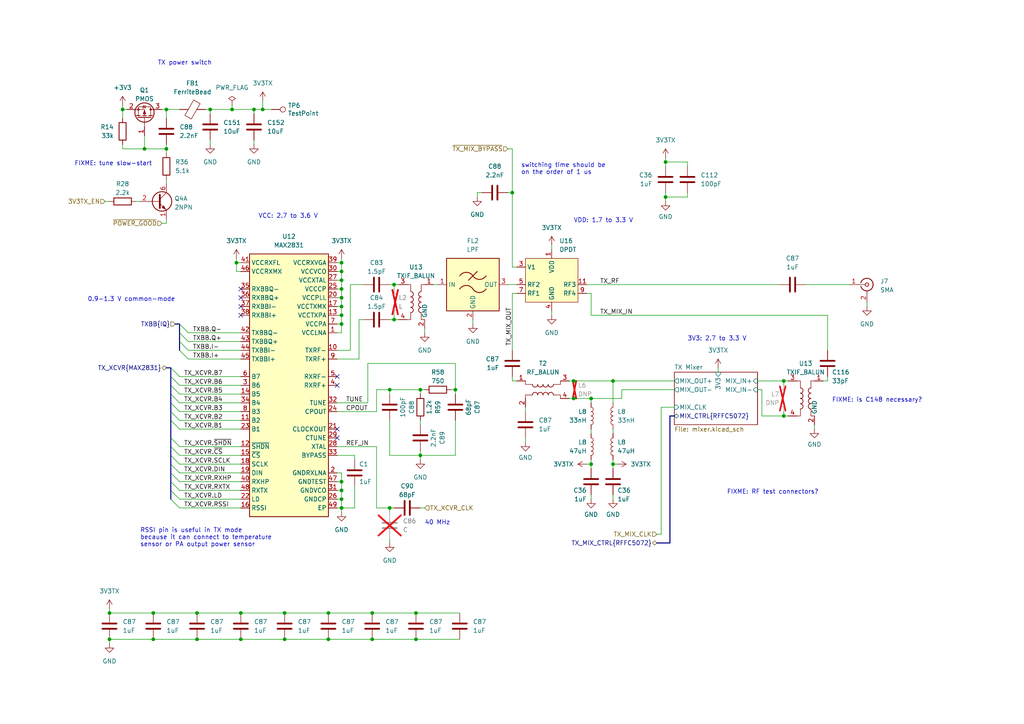
<source format=kicad_sch>
(kicad_sch (version 20230121) (generator eeschema)
  (paper "A4")
  (title_block (title "URTI Mainboard") (date "${DATE}") (rev "${VERSION}") (company "Copyright 2023 Great Scott Gadgets") (comment 1 "Licensed under the CERN-OHL-P v2"))
  (bus_alias "MAX2831" (members "~{SHDN}" "~{CS}" "SCLK" "DIN" "RXHP" "RXTX" "LD" "RSSI" "B[1..7]" ""))
  (junction (at 99.06 93.98))
  (junction (at 177.8 134.62))
  (junction (at 48.26 43.18))
  (junction (at 95.25 185.42))
  (junction (at 57.15 177.8))
  (junction (at 132.08 113.03))
  (junction (at 193.04 46.99))
  (junction (at 114.3 82.55))
  (junction (at 99.06 139.7))
  (junction (at 113.03 147.32))
  (junction (at 99.06 83.82))
  (junction (at 177.8 110.49))
  (junction (at 69.85 185.42))
  (junction (at 166.37 115.57))
  (junction (at 171.45 134.62))
  (junction (at 113.03 113.03))
  (junction (at 99.06 81.28))
  (junction (at 31.75 185.42))
  (junction (at 114.3 92.71))
  (junction (at 99.06 76.2))
  (junction (at 193.04 57.15))
  (junction (at 99.06 147.32))
  (junction (at 82.55 185.42))
  (junction (at 121.92 132.08))
  (junction (at 171.45 115.57))
  (junction (at 48.26 31.75))
  (junction (at 82.55 177.8))
  (junction (at 60.96 31.75))
  (junction (at 31.75 177.8))
  (junction (at 99.06 86.36))
  (junction (at 120.65 185.42))
  (junction (at 99.06 78.74))
  (junction (at 166.37 110.49))
  (junction (at 227.33 120.65))
  (junction (at 120.65 177.8))
  (junction (at 35.56 31.75))
  (junction (at 44.45 185.42))
  (junction (at 107.95 185.42))
  (junction (at 73.66 31.75))
  (junction (at 68.58 76.2))
  (junction (at 69.85 177.8))
  (junction (at 121.92 113.03))
  (junction (at 227.33 110.49))
  (junction (at 99.06 142.24))
  (junction (at 76.2 31.75))
  (junction (at 44.45 177.8))
  (junction (at 99.06 88.9))
  (junction (at 95.25 177.8))
  (junction (at 99.06 144.78))
  (junction (at 99.06 91.44))
  (junction (at 41.91 43.18))
  (junction (at 148.59 55.88))
  (junction (at 67.31 31.75))
  (junction (at 107.95 177.8))
  (junction (at 57.15 185.42))
  (no_connect (at 69.85 88.9))
  (no_connect (at 97.79 111.76))
  (no_connect (at 97.79 124.46))
  (no_connect (at 97.79 109.22))
  (no_connect (at 69.85 91.44))
  (no_connect (at 97.79 127))
  (no_connect (at 69.85 83.82))
  (no_connect (at 69.85 86.36))
  (bus_entry (at 49.53 121.92) (size 2.54 2.54))
  (bus_entry (at 52.07 93.98) (size 2.54 2.54))
  (bus_entry (at 52.07 101.6) (size 2.54 2.54))
  (bus_entry (at 49.53 116.84) (size 2.54 2.54))
  (bus_entry (at 49.53 142.24) (size 2.54 2.54))
  (bus_entry (at 49.53 106.68) (size 2.54 2.54))
  (bus_entry (at 49.53 109.22) (size 2.54 2.54))
  (bus_entry (at 52.07 96.52) (size 2.54 2.54))
  (bus_entry (at 49.53 139.7) (size 2.54 2.54))
  (bus_entry (at 49.53 114.3) (size 2.54 2.54))
  (bus_entry (at 49.53 111.76) (size 2.54 2.54))
  (bus_entry (at 52.07 99.06) (size 2.54 2.54))
  (bus_entry (at 49.53 144.78) (size 2.54 2.54))
  (bus_entry (at 49.53 134.62) (size 2.54 2.54))
  (bus_entry (at 49.53 132.08) (size 2.54 2.54))
  (bus_entry (at 49.53 127) (size 2.54 2.54))
  (bus_entry (at 49.53 137.16) (size 2.54 2.54))
  (bus_entry (at 49.53 129.54) (size 2.54 2.54))
  (bus_entry (at 49.53 119.38) (size 2.54 2.54))
  (wire (pts (xy 48.26 52.07) (xy 48.26 53.34)))
  (wire (pts (xy 95.25 177.8) (xy 107.95 177.8)))
  (wire (pts (xy 177.8 134.62) (xy 177.8 135.89)))
  (wire (pts (xy 199.39 57.15) (xy 199.39 55.88)))
  (wire (pts (xy 193.04 45.72) (xy 193.04 46.99)))
  (wire (pts (xy 114.3 92.71) (xy 115.57 92.71)))
  (wire (pts (xy 147.32 82.55) (xy 149.86 82.55)))
  (wire (pts (xy 102.87 140.97) (xy 102.87 147.32)))
  (wire (pts (xy 54.61 101.6) (xy 69.85 101.6)))
  (wire (pts (xy 148.59 43.18) (xy 148.59 55.88)))
  (wire (pts (xy 52.07 116.84) (xy 69.85 116.84)))
  (wire (pts (xy 251.46 87.63) (xy 251.46 88.9)))
  (wire (pts (xy 166.37 110.49) (xy 177.8 110.49)))
  (wire (pts (xy 68.58 74.93) (xy 68.58 76.2)))
  (bus (pts (xy 52.07 101.6) (xy 52.07 99.06)))
  (wire (pts (xy 193.04 57.15) (xy 199.39 57.15)))
  (wire (pts (xy 69.85 185.42) (xy 82.55 185.42)))
  (wire (pts (xy 227.33 120.65) (xy 227.33 119.38)))
  (bus (pts (xy 49.53 129.54) (xy 49.53 127)))
  (wire (pts (xy 97.79 119.38) (xy 109.22 119.38)))
  (wire (pts (xy 137.16 92.71) (xy 137.16 93.98)))
  (wire (pts (xy 148.59 85.09) (xy 149.86 85.09)))
  (wire (pts (xy 147.32 55.88) (xy 148.59 55.88)))
  (wire (pts (xy 99.06 86.36) (xy 99.06 83.82)))
  (wire (pts (xy 177.8 134.62) (xy 179.07 134.62)))
  (wire (pts (xy 170.18 82.55) (xy 226.06 82.55)))
  (wire (pts (xy 148.59 77.47) (xy 149.86 77.47)))
  (wire (pts (xy 48.26 34.29) (xy 48.26 31.75)))
  (wire (pts (xy 113.03 121.92) (xy 113.03 132.08)))
  (wire (pts (xy 99.06 83.82) (xy 99.06 81.28)))
  (wire (pts (xy 171.45 143.51) (xy 171.45 144.78)))
  (wire (pts (xy 120.65 185.42) (xy 133.35 185.42)))
  (wire (pts (xy 233.68 82.55) (xy 246.38 82.55)))
  (wire (pts (xy 148.59 55.88) (xy 148.59 77.47)))
  (wire (pts (xy 171.45 115.57) (xy 171.45 116.84)))
  (wire (pts (xy 106.68 116.84) (xy 97.79 116.84)))
  (wire (pts (xy 99.06 144.78) (xy 99.06 147.32)))
  (wire (pts (xy 95.25 185.42) (xy 107.95 185.42)))
  (wire (pts (xy 36.83 31.75) (xy 35.56 31.75)))
  (wire (pts (xy 121.92 113.03) (xy 113.03 113.03)))
  (wire (pts (xy 31.75 176.53) (xy 31.75 177.8)))
  (wire (pts (xy 121.92 132.08) (xy 113.03 132.08)))
  (wire (pts (xy 171.45 115.57) (xy 166.37 115.57)))
  (wire (pts (xy 76.2 29.21) (xy 76.2 31.75)))
  (wire (pts (xy 44.45 185.42) (xy 57.15 185.42)))
  (bus (pts (xy 50.8 93.98) (xy 52.07 93.98)))
  (wire (pts (xy 52.07 132.08) (xy 69.85 132.08)))
  (wire (pts (xy 139.7 55.88) (xy 138.43 55.88)))
  (bus (pts (xy 49.53 144.78) (xy 49.53 142.24)))
  (wire (pts (xy 31.75 185.42) (xy 31.75 186.69)))
  (wire (pts (xy 60.96 31.75) (xy 67.31 31.75)))
  (wire (pts (xy 132.08 105.41) (xy 106.68 105.41)))
  (wire (pts (xy 113.03 92.71) (xy 114.3 92.71)))
  (wire (pts (xy 171.45 91.44) (xy 240.03 91.44)))
  (bus (pts (xy 49.53 139.7) (xy 49.53 137.16)))
  (wire (pts (xy 132.08 113.03) (xy 132.08 105.41)))
  (wire (pts (xy 60.96 40.64) (xy 60.96 41.91)))
  (wire (pts (xy 52.07 139.7) (xy 69.85 139.7)))
  (wire (pts (xy 171.45 91.44) (xy 171.45 85.09)))
  (wire (pts (xy 67.31 30.48) (xy 67.31 31.75)))
  (bus (pts (xy 48.26 106.68) (xy 49.53 106.68)))
  (wire (pts (xy 101.6 101.6) (xy 101.6 82.55)))
  (wire (pts (xy 240.03 110.49) (xy 240.03 109.22)))
  (wire (pts (xy 113.03 82.55) (xy 114.3 82.55)))
  (wire (pts (xy 177.8 143.51) (xy 177.8 144.78)))
  (wire (pts (xy 101.6 82.55) (xy 105.41 82.55)))
  (wire (pts (xy 35.56 30.48) (xy 35.56 31.75)))
  (wire (pts (xy 195.58 118.11) (xy 191.77 118.11)))
  (wire (pts (xy 54.61 96.52) (xy 69.85 96.52)))
  (wire (pts (xy 54.61 104.14) (xy 69.85 104.14)))
  (wire (pts (xy 121.92 113.03) (xy 121.92 114.3)))
  (wire (pts (xy 113.03 156.21) (xy 113.03 157.48)))
  (wire (pts (xy 171.45 134.62) (xy 171.45 135.89)))
  (wire (pts (xy 227.33 110.49) (xy 228.6 110.49)))
  (wire (pts (xy 170.18 134.62) (xy 171.45 134.62)))
  (wire (pts (xy 177.8 124.46) (xy 177.8 125.73)))
  (wire (pts (xy 177.8 133.35) (xy 177.8 134.62)))
  (wire (pts (xy 35.56 31.75) (xy 35.56 34.29)))
  (wire (pts (xy 35.56 41.91) (xy 35.56 43.18)))
  (wire (pts (xy 99.06 142.24) (xy 99.06 144.78)))
  (wire (pts (xy 114.3 83.82) (xy 114.3 82.55)))
  (wire (pts (xy 160.02 90.17) (xy 160.02 91.44)))
  (wire (pts (xy 113.03 113.03) (xy 113.03 114.3)))
  (wire (pts (xy 68.58 78.74) (xy 69.85 78.74)))
  (wire (pts (xy 46.99 64.77) (xy 48.26 64.77)))
  (wire (pts (xy 180.34 115.57) (xy 171.45 115.57)))
  (wire (pts (xy 99.06 147.32) (xy 102.87 147.32)))
  (wire (pts (xy 193.04 46.99) (xy 193.04 48.26)))
  (wire (pts (xy 99.06 91.44) (xy 99.06 88.9)))
  (wire (pts (xy 48.26 31.75) (xy 52.07 31.75)))
  (wire (pts (xy 165.1 110.49) (xy 166.37 110.49)))
  (bus (pts (xy 49.53 111.76) (xy 49.53 109.22)))
  (wire (pts (xy 41.91 43.18) (xy 48.26 43.18)))
  (bus (pts (xy 195.58 120.65) (xy 194.31 120.65)))
  (wire (pts (xy 114.3 82.55) (xy 115.57 82.55)))
  (wire (pts (xy 68.58 76.2) (xy 69.85 76.2)))
  (bus (pts (xy 49.53 116.84) (xy 49.53 114.3)))
  (wire (pts (xy 106.68 105.41) (xy 106.68 116.84)))
  (wire (pts (xy 148.59 109.22) (xy 148.59 110.49)))
  (bus (pts (xy 49.53 142.24) (xy 49.53 139.7)))
  (wire (pts (xy 97.79 142.24) (xy 99.06 142.24)))
  (wire (pts (xy 52.07 142.24) (xy 69.85 142.24)))
  (wire (pts (xy 97.79 91.44) (xy 99.06 91.44)))
  (wire (pts (xy 59.69 31.75) (xy 60.96 31.75)))
  (wire (pts (xy 99.06 76.2) (xy 99.06 74.93)))
  (wire (pts (xy 57.15 177.8) (xy 69.85 177.8)))
  (wire (pts (xy 76.2 31.75) (xy 78.74 31.75)))
  (wire (pts (xy 73.66 40.64) (xy 73.66 41.91)))
  (wire (pts (xy 97.79 76.2) (xy 99.06 76.2)))
  (wire (pts (xy 148.59 101.6) (xy 148.59 85.09)))
  (wire (pts (xy 97.79 93.98) (xy 99.06 93.98)))
  (bus (pts (xy 194.31 120.65) (xy 194.31 157.48)))
  (wire (pts (xy 104.14 92.71) (xy 104.14 104.14)))
  (wire (pts (xy 113.03 147.32) (xy 114.3 147.32)))
  (wire (pts (xy 109.22 129.54) (xy 109.22 147.32)))
  (wire (pts (xy 227.33 120.65) (xy 220.98 120.65)))
  (wire (pts (xy 99.06 139.7) (xy 99.06 142.24)))
  (wire (pts (xy 97.79 86.36) (xy 99.06 86.36)))
  (wire (pts (xy 121.92 132.08) (xy 121.92 133.35)))
  (wire (pts (xy 227.33 110.49) (xy 227.33 111.76)))
  (wire (pts (xy 57.15 185.42) (xy 69.85 185.42)))
  (wire (pts (xy 107.95 177.8) (xy 120.65 177.8)))
  (wire (pts (xy 82.55 185.42) (xy 95.25 185.42)))
  (wire (pts (xy 41.91 39.37) (xy 41.91 43.18)))
  (wire (pts (xy 97.79 88.9) (xy 99.06 88.9)))
  (wire (pts (xy 121.92 132.08) (xy 132.08 132.08)))
  (wire (pts (xy 73.66 31.75) (xy 73.66 33.02)))
  (wire (pts (xy 52.07 124.46) (xy 69.85 124.46)))
  (wire (pts (xy 48.26 43.18) (xy 48.26 41.91)))
  (wire (pts (xy 160.02 71.12) (xy 160.02 72.39)))
  (wire (pts (xy 113.03 147.32) (xy 113.03 148.59)))
  (wire (pts (xy 199.39 46.99) (xy 199.39 48.26)))
  (wire (pts (xy 171.45 85.09) (xy 170.18 85.09)))
  (wire (pts (xy 68.58 76.2) (xy 68.58 78.74)))
  (wire (pts (xy 193.04 57.15) (xy 193.04 58.42)))
  (wire (pts (xy 97.79 101.6) (xy 101.6 101.6)))
  (wire (pts (xy 177.8 110.49) (xy 195.58 110.49)))
  (wire (pts (xy 177.8 110.49) (xy 177.8 116.84)))
  (bus (pts (xy 49.53 121.92) (xy 49.53 119.38)))
  (wire (pts (xy 39.37 58.42) (xy 40.64 58.42)))
  (wire (pts (xy 97.79 78.74) (xy 99.06 78.74)))
  (wire (pts (xy 148.59 110.49) (xy 149.86 110.49)))
  (wire (pts (xy 97.79 83.82) (xy 99.06 83.82)))
  (wire (pts (xy 99.06 147.32) (xy 99.06 148.59)))
  (bus (pts (xy 49.53 109.22) (xy 49.53 106.68)))
  (wire (pts (xy 52.07 134.62) (xy 69.85 134.62)))
  (wire (pts (xy 48.26 31.75) (xy 46.99 31.75)))
  (wire (pts (xy 97.79 129.54) (xy 109.22 129.54)))
  (wire (pts (xy 69.85 177.8) (xy 82.55 177.8)))
  (wire (pts (xy 121.92 147.32) (xy 123.19 147.32)))
  (wire (pts (xy 48.26 43.18) (xy 48.26 44.45)))
  (wire (pts (xy 52.07 147.32) (xy 69.85 147.32)))
  (wire (pts (xy 171.45 133.35) (xy 171.45 134.62)))
  (wire (pts (xy 52.07 144.78) (xy 69.85 144.78)))
  (wire (pts (xy 48.26 63.5) (xy 48.26 64.77)))
  (wire (pts (xy 52.07 121.92) (xy 69.85 121.92)))
  (wire (pts (xy 114.3 91.44) (xy 114.3 92.71)))
  (wire (pts (xy 219.71 110.49) (xy 227.33 110.49)))
  (wire (pts (xy 99.06 88.9) (xy 99.06 86.36)))
  (wire (pts (xy 228.6 120.65) (xy 227.33 120.65)))
  (wire (pts (xy 52.07 137.16) (xy 69.85 137.16)))
  (wire (pts (xy 97.79 147.32) (xy 99.06 147.32)))
  (wire (pts (xy 102.87 132.08) (xy 102.87 133.35)))
  (wire (pts (xy 123.19 95.25) (xy 123.19 96.52)))
  (wire (pts (xy 171.45 124.46) (xy 171.45 125.73)))
  (wire (pts (xy 165.1 115.57) (xy 166.37 115.57)))
  (wire (pts (xy 97.79 139.7) (xy 99.06 139.7)))
  (bus (pts (xy 52.07 99.06) (xy 52.07 96.52)))
  (wire (pts (xy 31.75 185.42) (xy 44.45 185.42)))
  (bus (pts (xy 194.31 157.48) (xy 190.5 157.48)))
  (wire (pts (xy 152.4 118.11) (xy 152.4 119.38)))
  (wire (pts (xy 105.41 92.71) (xy 104.14 92.71)))
  (wire (pts (xy 138.43 55.88) (xy 138.43 57.15)))
  (wire (pts (xy 44.45 177.8) (xy 57.15 177.8)))
  (wire (pts (xy 180.34 113.03) (xy 195.58 113.03)))
  (wire (pts (xy 132.08 113.03) (xy 130.81 113.03)))
  (bus (pts (xy 49.53 127) (xy 49.53 121.92)))
  (wire (pts (xy 97.79 137.16) (xy 99.06 137.16)))
  (wire (pts (xy 52.07 129.54) (xy 69.85 129.54)))
  (wire (pts (xy 220.98 113.03) (xy 219.71 113.03)))
  (wire (pts (xy 97.79 132.08) (xy 102.87 132.08)))
  (wire (pts (xy 220.98 120.65) (xy 220.98 113.03)))
  (wire (pts (xy 109.22 119.38) (xy 109.22 113.03)))
  (wire (pts (xy 52.07 111.76) (xy 69.85 111.76)))
  (wire (pts (xy 121.92 130.81) (xy 121.92 132.08)))
  (wire (pts (xy 82.55 177.8) (xy 95.25 177.8)))
  (wire (pts (xy 121.92 121.92) (xy 121.92 123.19)))
  (wire (pts (xy 67.31 31.75) (xy 73.66 31.75)))
  (wire (pts (xy 191.77 118.11) (xy 191.77 154.94)))
  (wire (pts (xy 99.06 96.52) (xy 97.79 96.52)))
  (wire (pts (xy 191.77 154.94) (xy 190.5 154.94)))
  (wire (pts (xy 97.79 144.78) (xy 99.06 144.78)))
  (wire (pts (xy 132.08 121.92) (xy 132.08 132.08)))
  (wire (pts (xy 180.34 115.57) (xy 180.34 113.03)))
  (bus (pts (xy 49.53 132.08) (xy 49.53 129.54)))
  (bus (pts (xy 52.07 96.52) (xy 52.07 93.98)))
  (wire (pts (xy 107.95 185.42) (xy 120.65 185.42)))
  (wire (pts (xy 30.48 58.42) (xy 31.75 58.42)))
  (bus (pts (xy 49.53 137.16) (xy 49.53 134.62)))
  (wire (pts (xy 52.07 114.3) (xy 69.85 114.3)))
  (wire (pts (xy 99.06 91.44) (xy 99.06 93.98)))
  (wire (pts (xy 193.04 46.99) (xy 199.39 46.99)))
  (wire (pts (xy 123.19 113.03) (xy 121.92 113.03)))
  (wire (pts (xy 31.75 177.8) (xy 44.45 177.8)))
  (bus (pts (xy 49.53 119.38) (xy 49.53 116.84)))
  (wire (pts (xy 120.65 177.8) (xy 133.35 177.8)))
  (wire (pts (xy 35.56 43.18) (xy 41.91 43.18)))
  (wire (pts (xy 109.22 147.32) (xy 113.03 147.32)))
  (wire (pts (xy 52.07 119.38) (xy 69.85 119.38)))
  (wire (pts (xy 125.73 82.55) (xy 127 82.55)))
  (wire (pts (xy 99.06 78.74) (xy 99.06 76.2)))
  (wire (pts (xy 109.22 113.03) (xy 113.03 113.03)))
  (bus (pts (xy 49.53 114.3) (xy 49.53 111.76)))
  (wire (pts (xy 73.66 31.75) (xy 76.2 31.75)))
  (wire (pts (xy 152.4 127) (xy 152.4 128.27)))
  (wire (pts (xy 208.28 106.68) (xy 208.28 107.95)))
  (wire (pts (xy 193.04 55.88) (xy 193.04 57.15)))
  (wire (pts (xy 99.06 137.16) (xy 99.06 139.7)))
  (wire (pts (xy 54.61 99.06) (xy 69.85 99.06)))
  (wire (pts (xy 99.06 81.28) (xy 99.06 78.74)))
  (wire (pts (xy 132.08 113.03) (xy 132.08 114.3)))
  (wire (pts (xy 60.96 31.75) (xy 60.96 33.02)))
  (wire (pts (xy 104.14 104.14) (xy 97.79 104.14)))
  (wire (pts (xy 240.03 91.44) (xy 240.03 101.6)))
  (wire (pts (xy 52.07 109.22) (xy 69.85 109.22)))
  (wire (pts (xy 147.32 43.18) (xy 148.59 43.18)))
  (wire (pts (xy 99.06 93.98) (xy 99.06 96.52)))
  (bus (pts (xy 49.53 134.62) (xy 49.53 132.08)))
  (wire (pts (xy 97.79 81.28) (xy 99.06 81.28)))
  (wire (pts (xy 236.22 123.19) (xy 236.22 124.46)))
  (wire (pts (xy 238.76 110.49) (xy 240.03 110.49)))
  (text "40 MHz" (at 123.19 152.4 0) (effects (font (size 1.27 1.27)) (justify left bottom)))
  (text "VDD: 1.7 to 3.3 V" (at 166.37 64.77 0) (effects (font (size 1.27 1.27)) (justify left bottom)))
  (text "FIXME: is C148 necessary?" (at 241.3 116.84 0) (effects (font (size 1.27 1.27)) (justify left bottom)))
  (text "RSSI pin is useful in TX mode\nbecause it can connect to temperature\nsensor or PA output power sensor" (at 40.64 158.75 0) (effects (font (size 1.27 1.27)) (justify left bottom)))
  (text "3V3: 2.7 to 3.3 V" (at 199.39 99.06 0) (effects (font (size 1.27 1.27)) (justify left bottom)))
  (text "FIXME: RF test connectors?" (at 210.82 143.51 0) (effects (font (size 1.27 1.27)) (justify left bottom)))
  (text "TX power switch" (at 45.72 19.05 0) (effects (font (size 1.27 1.27)) (justify left bottom)))
  (text "switching time should be\non the order of 1 us" (at 151.13 50.8 0) (effects (font (size 1.27 1.27)) (justify left bottom)))
  (text "FIXME: tune slow-start" (at 21.59 48.26 0) (effects (font (size 1.27 1.27)) (justify left bottom)))
  (text "0.9-1.3 V common-mode" (at 25.4 87.63 0) (effects (font (size 1.27 1.27)) (justify left bottom)))
  (text "VCC: 2.7 to 3.6 V" (at 74.93 63.5 0) (effects (font (size 1.27 1.27)) (justify left bottom)))
  (label "TX_XCVR.B1" (at 53.34 124.46 0))
  (label "TXBB.Q-" (at 55.88 96.52 0))
  (label "TXBB.Q+" (at 55.88 99.06 0))
  (label "TX_XCVR.B7" (at 53.34 109.22 0))
  (label "TX_MIX_IN" (at 173.99 91.44 0))
  (label "TX_XCVR.~{SHDN}" (at 53.34 129.54 0))
  (label "CPOUT" (at 100.33 119.38 0))
  (label "TX_XCVR.LD" (at 53.34 144.78 0))
  (label "TXBB.I+" (at 55.88 104.14 0))
  (label "TX_XCVR.RXTX" (at 53.34 142.24 0))
  (label "TX_XCVR.B4" (at 53.34 116.84 0))
  (label "TX_XCVR.DIN" (at 53.34 137.16 0))
  (label "TX_XCVR.RXHP" (at 53.34 139.7 0))
  (label "TX_XCVR.B5" (at 53.34 114.3 0))
  (label "TX_XCVR.B2" (at 53.34 121.92 0))
  (label "TX_XCVR.SCLK" (at 53.34 134.62 0))
  (label "TX_MIX_OUT" (at 148.59 100.33 90))
  (label "TX_RF" (at 173.99 82.55 0))
  (label "TX_XCVR.B3" (at 53.34 119.38 0))
  (label "TX_XCVR.B6" (at 53.34 111.76 0))
  (label "TXBB.I-" (at 55.88 101.6 0))
  (label "TUNE" (at 100.33 116.84 0))
  (label "REF_IN" (at 100.33 129.54 0))
  (label "TX_XCVR.~{CS}" (at 53.34 132.08 0))
  (label "TX_XCVR.RSSI" (at 53.34 147.32 0))
  (hierarchical_label "TX_MIX_CLK" (shape input) (at 190.5 154.94 180))
  (hierarchical_label "~{POWER_GOOD}" (shape input) (at 46.99 64.77 180))
  (hierarchical_label "TX_XCVR_CLK" (shape input) (at 123.19 147.32 0))
  (hierarchical_label "TX_MIX_CTRL{RFFC5072}" (shape bidirectional) (at 190.5 157.48 180))
  (hierarchical_label "TXBB{IQ}" (shape input) (at 50.8 93.98 180))
  (hierarchical_label "TX_XCVR{MAX2831}" (shape bidirectional) (at 48.26 106.68 180))
  (hierarchical_label "~{TX_MIX_BYPASS}" (shape input) (at 147.32 43.18 180))
  (hierarchical_label "3V3TX_EN" (shape input) (at 30.48 58.42 180))
  (symbol (lib_id "Device:L") (at 114.3 87.63 0) (unit 1) (dnp yes)
    (property "Reference" "L2" (at 115.57 86.36 0) (effects (justify left)))
    (property "Value" "L" (at 115.57 88.9 0) (effects (justify left)))
    (instances (project "mainboard" (path "" (reference "L2") (unit 1)) (path "" (reference "L1") (unit 1))))
  )
  (symbol (lib_id "support_hardware:3V3TX") (at 160.02 71.12 0) (unit 1)
    (property "Reference" "#PWR0188" (effects hide))
    (property "Value" "3V3TX" (at 160.02 66.04 0))
  )
  (symbol (lib_id "power:GND") (at 177.8 144.78 0) (mirror y) (unit 1)
    (property "Reference" "#PWR023" (effects hide))
    (property "Value" "GND" (at 177.8 149.2234 0))
    (instances (project "ununs" (path "" (reference "#PWR023") (unit 1))) (project "mainboard" (path "" (reference "#PWR0246") (unit 1)) (path "" (reference "#PWR0227") (unit 1))))
  )
  (symbol (lib_id "power:PWR_FLAG") (at 67.31 30.48 0) (unit 1)
    (property "Reference" "#FLG02" (effects hide))
    (property "Value" "PWR_FLAG" (at 67.31 25.4 0))
    (instances (project "mainboard" (path "" (reference "#FLG02") (unit 1)) (path "" (reference "#FLG04") (unit 1))))
  )
  (symbol (lib_id "support_hardware:3V3TX") (at 76.2 29.21 0) (unit 1)
    (property "Reference" "#PWR0279" (effects hide))
    (property "Value" "3V3TX" (at 76.2 24.13 0))
  )
  (symbol (lib_id "power:GND") (at 251.46 88.9 0) (unit 1)
    (property "Reference" "#PWR023" (effects hide))
    (property "Value" "GND" (at 251.46 93.98 0))
    (instances (project "ununs" (path "" (reference "#PWR023") (unit 1))) (project "mainboard" (path "" (reference "#PWR0266") (unit 1)) (path "" (reference "#PWR0224") (unit 1))))
  )
  (symbol (lib_id "Device:R") (at 127 113.03 270) (mirror x) (unit 1)
    (property "Reference" "R58" (at 127 107.95 90))
    (property "Value" "750" (at 127 110.49 90))
    (property "Footprint" "Resistor_SMD:R_0201_0603Metric" (effects hide))
    (instances (project "mainboard" (path "" (reference "R58") (unit 1)) (path "" (reference "R59") (unit 1))))
  )
  (symbol (lib_id "Device:C") (at 109.22 82.55 90) (unit 1)
    (property "Reference" "C83" (at 109.22 76.2 90))
    (property "Value" "1.5pF" (at 109.22 78.74 90))
    (property "Footprint" "Capacitor_SMD:C_0201_0603Metric" (effects hide))
    (instances (project "mainboard" (path "" (reference "C83") (unit 1)) (path "" (reference "C84") (unit 1))))
  )
  (symbol (lib_id "Device:L") (at 171.45 120.65 0) (mirror x) (unit 1)
    (property "Reference" "L8" (at 170.18 119.38 0) (effects (justify right)))
    (property "Value" "33nH" (at 170.18 121.92 0) (effects (justify right)))
    (property "Footprint" "Inductor_SMD:L_0201_0603Metric" (effects hide))
    (property "Description" "FIXED IND 33NH 120MA 2.95OHM SMD" (effects hide))
    (property "Manufacturer" "Murata" (effects hide))
    (property "Part Number" "LQP03TN33NJ02D" (effects hide))
    (instances (project "mainboard" (path "" (reference "L8") (unit 1)) (path "" (reference "L11") (unit 1))))
  )
  (symbol (lib_id "support_hardware:3V3TX") (at 99.06 74.93 0) (unit 1)
    (property "Reference" "#PWR0187" (effects hide))
    (property "Value" "3V3TX" (at 99.06 69.85 0))
  )
  (symbol (lib_id "support_hardware:3V3TX") (at 179.07 134.62 270) (unit 1)
    (property "Reference" "#PWR0267" (effects hide))
    (property "Value" "3V3TX" (at 182.88 134.62 90) (effects (justify left)))
  )
  (symbol (lib_id "Device:C") (at 120.65 181.61 180) (unit 1)
    (property "Reference" "C87" (at 124.46 180.34 0) (effects (justify right)))
    (property "Value" "1uF" (at 124.46 182.88 0) (effects (justify right)))
    (property "Footprint" "Capacitor_SMD:C_0201_0603Metric" (effects hide))
    (property "Description" "CAP CER 1UF 10V X5R 0201" (effects hide))
    (property "Manufacturer" "Murata" (effects hide))
    (property "Part Number" "GRM033R61A105ME44D" (effects hide))
    (property "Substitution" "GRM033R61A105ME44*, GRM033R61C105ME15*, Samsung CL03A105MO3NRN*" (effects hide))
    (instances (project "mainboard" (path "" (reference "C87") (unit 1)) (path "" (reference "C183") (unit 1)) (path "" (reference "C128") (unit 1))))
  )
  (symbol (lib_id "Device:C") (at 121.92 127 0) (mirror x) (unit 1)
    (property "Reference" "C89" (at 128.27 127 90))
    (property "Value" "2.2nF" (at 125.73 127 90))
    (property "Footprint" "Capacitor_SMD:C_0201_0603Metric" (effects hide))
    (property "Description" "CAP CER 2200PF 10V X7R 0201" (effects hide))
    (property "Manufacturer" "Murata" (effects hide))
    (property "Part Number" "GRM033R71A222KA01D" (effects hide))
    (property "Substitution" "GRM033R71A222KA01*" (effects hide))
  )
  (symbol (lib_id "Device:C") (at 57.15 181.61 180) (unit 1)
    (property "Reference" "C87" (at 60.96 180.34 0) (effects (justify right)))
    (property "Value" "1uF" (at 60.96 182.88 0) (effects (justify right)))
    (property "Footprint" "Capacitor_SMD:C_0201_0603Metric" (effects hide))
    (property "Description" "CAP CER 1UF 10V X5R 0201" (effects hide))
    (property "Manufacturer" "Murata" (effects hide))
    (property "Part Number" "GRM033R61A105ME44D" (effects hide))
    (property "Substitution" "GRM033R61A105ME44*, GRM033R61C105ME15*, Samsung CL03A105MO3NRN*" (effects hide))
    (instances (project "mainboard" (path "" (reference "C87") (unit 1)) (path "" (reference "C178") (unit 1)) (path "" (reference "C128") (unit 1))))
  )
  (symbol (lib_id "Device:C") (at 193.04 52.07 0) (mirror x) (unit 1)
    (property "Reference" "C36" (at 189.23 50.8 0) (effects (justify right)))
    (property "Value" "1uF" (at 189.23 53.34 0) (effects (justify right)))
    (property "Footprint" "Capacitor_SMD:C_0201_0603Metric" (effects hide))
    (property "Part Number" "GRM033R61A105ME44D" (effects hide))
    (property "Substitution" "GRM033R61A105ME44*, GRM033R61C105ME15*, Samsung CL03A105MO3NRN*" (effects hide))
    (property "Description" "CAP CER 1UF 10V X5R 0201" (effects hide))
    (property "Manufacturer" "Murata" (effects hide))
    (instances (project "mainboard" (path "" (reference "C36") (unit 1)) (path "" (reference "C93") (unit 1)) (path "" (reference "C114") (unit 1))))
  )
  (symbol (lib_id "Device:C") (at 60.96 36.83 0) (unit 1)
    (property "Reference" "C151" (at 64.77 35.56 0) (effects (justify left)))
    (property "Value" "10uF" (at 64.77 38.1 0) (effects (justify left)))
    (property "Footprint" "Capacitor_SMD:C_0603_1608Metric" (effects hide))
    (property "Description" "CAP CER 10UF 10V X5R 0603" (effects hide))
    (property "Manufacturer" "Samsung" (effects hide))
    (property "Part Number" "CL10A106KP8NNNC" (effects hide))
    (property "Substitution" "any equivalent" (effects hide))
  )
  (symbol (lib_id "radio:B0310J50100AHF") (at 157.48 113.03 0) (unit 1)
    (property "Reference" "T2" (at 157.48 105.41 0))
    (property "Value" "RF_BALUN" (at 157.48 107.95 0))
    (property "Datasheet" "https://cdn.ttm.com/repository/products/wireless-xinger/balun-transformers/B0310J50100AHF/B0310J50100AHF.pdf" (effects hide))
    (property "Description" "BALUN 300MHZ-1GHZ 50/100 0805" (effects hide))
    (property "Manufacturer" "TTM Technologies" (effects hide))
    (property "Part Number" "B0310J50100AHF" (effects hide))
    (instances (project "mainboard" (path "" (reference "T2") (unit 1)) (path "" (reference "T5") (unit 1))))
  )
  (symbol (lib_id "Device:C") (at 152.4 123.19 180) (unit 1)
    (property "Reference" "C87" (at 156.21 121.92 0) (effects (justify right)))
    (property "Value" "1uF" (at 156.21 124.46 0) (effects (justify right)))
    (property "Footprint" "Capacitor_SMD:C_0201_0603Metric" (effects hide))
    (property "Description" "CAP CER 1UF 10V X5R 0201" (effects hide))
    (property "Manufacturer" "Murata" (effects hide))
    (property "Part Number" "GRM033R61A105ME44D" (effects hide))
    (property "Substitution" "GRM033R61A105ME44*, GRM033R61C105ME15*, Samsung CL03A105MO3NRN*" (effects hide))
    (instances (project "mainboard" (path "" (reference "C87") (unit 1)) (path "" (reference "C133") (unit 1)) (path "" (reference "C128") (unit 1))))
  )
  (symbol (lib_name "GND_2") (lib_id "power:GND") (at 31.75 186.69 0) (unit 1)
    (property "Reference" "#PWR0190" (effects hide))
    (property "Value" "GND" (at 31.75 191.77 0))
    (instances (project "mainboard" (path "" (reference "#PWR0190") (unit 1)) (path "" (reference "#PWR070") (unit 1))))
  )
  (symbol (lib_name "GND_2") (lib_id "power:GND") (at 137.16 93.98 0) (unit 1)
    (property "Reference" "#PWR0192" (effects hide))
    (property "Value" "GND" (at 137.16 99.06 0))
    (instances (project "mainboard" (path "" (reference "#PWR0192") (unit 1)) (path "" (reference "#PWR0194") (unit 1))))
  )
  (symbol (lib_id "Device:C") (at 113.03 152.4 0) (unit 1) (dnp yes)
    (property "Reference" "C86" (at 116.84 151.13 0) (effects (justify left)))
    (property "Value" "C" (at 116.84 153.67 0) (effects (justify left)))
    (instances (project "mainboard" (path "" (reference "C86") (unit 1)) (path "" (reference "C87") (unit 1))))
  )
  (symbol (lib_id "support_hardware:3V3TX") (at 193.04 45.72 0) (unit 1)
    (property "Reference" "#PWR0264" (effects hide))
    (property "Value" "3V3TX" (at 193.04 40.64 0))
  )
  (symbol (lib_id "power:GND") (at 160.02 91.44 0) (unit 1)
    (property "Reference" "#PWR023" (effects hide))
    (property "Value" "GND" (at 160.02 96.52 0))
    (instances (project "ununs" (path "" (reference "#PWR023") (unit 1))) (project "mainboard" (path "" (reference "#PWR0218") (unit 1)) (path "" (reference "#PWR0223") (unit 1))))
  )
  (symbol (lib_id "Device:C") (at 133.35 181.61 180) (unit 1)
    (property "Reference" "C87" (at 137.16 180.34 0) (effects (justify right)))
    (property "Value" "1uF" (at 137.16 182.88 0) (effects (justify right)))
    (property "Footprint" "Capacitor_SMD:C_0201_0603Metric" (effects hide))
    (property "Description" "CAP CER 1UF 10V X5R 0201" (effects hide))
    (property "Manufacturer" "Murata" (effects hide))
    (property "Part Number" "GRM033R61A105ME44D" (effects hide))
    (property "Substitution" "GRM033R61A105ME44*, GRM033R61C105ME15*, Samsung CL03A105MO3NRN*" (effects hide))
    (instances (project "mainboard" (path "" (reference "C87") (unit 1)) (path "" (reference "C184") (unit 1)) (path "" (reference "C128") (unit 1))))
  )
  (symbol (lib_id "Device:C") (at 31.75 181.61 180) (unit 1)
    (property "Reference" "C87" (at 35.56 180.34 0) (effects (justify right)))
    (property "Value" "1uF" (at 35.56 182.88 0) (effects (justify right)))
    (property "Footprint" "Capacitor_SMD:C_0201_0603Metric" (effects hide))
    (property "Description" "CAP CER 1UF 10V X5R 0201" (effects hide))
    (property "Manufacturer" "Murata" (effects hide))
    (property "Part Number" "GRM033R61A105ME44D" (effects hide))
    (property "Substitution" "GRM033R61A105ME44*, GRM033R61C105ME15*, Samsung CL03A105MO3NRN*" (effects hide))
    (instances (project "mainboard" (path "" (reference "C87") (unit 1)) (path "" (reference "C176") (unit 1)) (path "" (reference "C128") (unit 1))))
  )
  (symbol (lib_id "Device:C") (at 44.45 181.61 180) (unit 1)
    (property "Reference" "C87" (at 48.26 180.34 0) (effects (justify right)))
    (property "Value" "1uF" (at 48.26 182.88 0) (effects (justify right)))
    (property "Footprint" "Capacitor_SMD:C_0201_0603Metric" (effects hide))
    (property "Description" "CAP CER 1UF 10V X5R 0201" (effects hide))
    (property "Manufacturer" "Murata" (effects hide))
    (property "Part Number" "GRM033R61A105ME44D" (effects hide))
    (property "Substitution" "GRM033R61A105ME44*, GRM033R61C105ME15*, Samsung CL03A105MO3NRN*" (effects hide))
    (instances (project "mainboard" (path "" (reference "C87") (unit 1)) (path "" (reference "C177") (unit 1)) (path "" (reference "C128") (unit 1))))
  )
  (symbol (lib_id "power:GND") (at 138.43 57.15 0) (mirror y) (unit 1)
    (property "Reference" "#PWR023" (effects hide))
    (property "Value" "GND" (at 138.43 62.23 0))
    (instances (project "ununs" (path "" (reference "#PWR023") (unit 1))) (project "mainboard" (path "" (reference "#PWR0222") (unit 1)) (path "" (reference "#PWR0269") (unit 1))))
  )
  (symbol (lib_id "Device:C") (at 240.03 105.41 0) (unit 1)
    (property "Reference" "C116" (at 241.3 107.95 0) (effects (justify left)))
    (property "Value" "33pF" (at 241.3 110.49 0) (effects (justify left)))
    (property "Footprint" "Capacitor_SMD:C_0201_0603Metric" (effects hide))
    (property "Description" "CAP CER 33PF 25V C0G/NP0 0201" (effects hide))
    (property "Manufacturer" "Samsung" (effects hide))
    (property "Part Number" "CL03C330JA3NNNC" (effects hide))
    (instances (project "mainboard" (path "" (reference "C116") (unit 1)) (path "" (reference "C116") (unit 1)) (path "" (reference "C136") (unit 1)) (path "" (reference "C148") (unit 1))))
  )
  (symbol (lib_id "power:GND") (at 171.45 144.78 0) (mirror y) (unit 1)
    (property "Reference" "#PWR023" (effects hide))
    (property "Value" "GND" (at 171.45 149.2234 0))
    (instances (project "ununs" (path "" (reference "#PWR023") (unit 1))) (project "mainboard" (path "" (reference "#PWR0246") (unit 1)) (path "" (reference "#PWR0247") (unit 1))))
  )
  (symbol (lib_id "Device:R") (at 48.26 48.26 0) (mirror y) (unit 1)
    (property "Reference" "R36" (at 50.8 46.99 0) (effects (justify right)))
    (property "Value" "5.1k" (at 50.8 49.53 0) (effects (justify right)))
    (property "Footprint" "Resistor_SMD:R_0402_1005Metric" (effects hide))
    (property "Part Number" "RC0402JR-075K1L" (effects hide))
    (property "Substitution" "any equivalent" (effects hide))
    (property "Description" "RES 5.1K OHM 5% 1/16W 0402" (effects hide))
    (property "Manufacturer" "Yageo" (effects hide))
    (instances (project "mainboard" (path "" (reference "R36") (unit 1)) (path "" (reference "R99") (unit 1))))
  )
  (symbol (lib_id "Device:C") (at 118.11 147.32 270) (mirror x) (unit 1)
    (property "Reference" "C90" (at 118.11 140.97 90))
    (property "Value" "68pF" (at 118.11 143.51 90))
    (property "Footprint" "Capacitor_SMD:C_0201_0603Metric" (effects hide))
    (instances (project "mainboard" (path "" (reference "C90") (unit 1)) (path "" (reference "C86") (unit 1))))
  )
  (symbol (lib_id "Device:C") (at 102.87 137.16 0) (unit 1)
    (property "Reference" "C1" (at 104.14 134.62 0) (effects (justify left)))
    (property "Value" "1uF" (at 104.14 139.7 0) (effects (justify left)))
    (property "Footprint" "Capacitor_SMD:C_0201_0603Metric" (effects hide))
    (property "Part Number" "GRM033R61A105ME44D" (effects hide))
    (property "Substitution" "GRM033R61A105ME44*, GRM033R61C105ME15*, Samsung CL03A105MO3NRN*" (effects hide))
    (property "Description" "CAP CER 1UF 10V X5R 0201" (effects hide))
    (property "Manufacturer" "Murata" (effects hide))
    (instances (project "mainboard" (path "" (reference "C1") (unit 1)) (path "" (reference "C85") (unit 1)) (path "" (reference "C83") (unit 1))))
  )
  (symbol (lib_id "Device:FerriteBead") (at 55.88 31.75 90) (unit 1)
    (property "Reference" "FB1" (at 55.8292 24.13 90))
    (property "Value" "FerriteBead" (at 55.8292 26.67 90))
    (property "Datasheet" "https://datasheet.lcsc.com/lcsc/2009171410_TAI-TECH-HCB1608KF-102T10_C304312.pdf" (effects hide))
    (property "Description" "1kΩ@100MHz 200mΩ ±25% 0603 Ferrite Bead" (effects hide))
    (property "Manufacturer" "TAI-TECH" (effects hide))
    (property "Part Number" "HCB1608KF-102T10" (effects hide))
    (property "Substitution" "Murata BLM18KG102SN1*" (effects hide))
  )
  (symbol (lib_id "Device:C") (at 82.55 181.61 180) (unit 1)
    (property "Reference" "C87" (at 86.36 180.34 0) (effects (justify right)))
    (property "Value" "1uF" (at 86.36 182.88 0) (effects (justify right)))
    (property "Footprint" "Capacitor_SMD:C_0201_0603Metric" (effects hide))
    (property "Description" "CAP CER 1UF 10V X5R 0201" (effects hide))
    (property "Manufacturer" "Murata" (effects hide))
    (property "Part Number" "GRM033R61A105ME44D" (effects hide))
    (property "Substitution" "GRM033R61A105ME44*, GRM033R61C105ME15*, Samsung CL03A105MO3NRN*" (effects hide))
    (instances (project "mainboard" (path "" (reference "C87") (unit 1)) (path "" (reference "C180") (unit 1)) (path "" (reference "C128") (unit 1))))
  )
  (symbol (lib_id "support_hardware:3V3TX") (at 170.18 134.62 90) (unit 1)
    (property "Reference" "#PWR0244" (effects hide))
    (property "Value" "3V3TX" (at 166.37 134.62 90) (effects (justify left)))
  )
  (symbol (lib_id "Device:C") (at 177.8 139.7 0) (mirror x) (unit 1)
    (property "Reference" "C36" (at 179.07 142.24 0) (effects (justify left)))
    (property "Value" "1uF" (at 179.07 144.78 0) (effects (justify left)))
    (property "Footprint" "Capacitor_SMD:C_0402_1005Metric" (effects hide))
    (property "Part Number" "CL05A105KP5NNNC" (effects hide))
    (property "Substitution" "any equivalent" (effects hide))
    (property "Description" "CAP CER 1UF 10V X5R 0402" (effects hide))
    (property "Manufacturer" "Samsung" (effects hide))
    (instances (project "mainboard" (path "" (reference "C36") (unit 1)) (path "" (reference "C130") (unit 1)) (path "" (reference "C135") (unit 1))))
  )
  (symbol (lib_id "Device:C") (at 109.22 92.71 90) (unit 1)
    (property "Reference" "C84" (at 109.22 86.36 90))
    (property "Value" "1.5pF" (at 109.22 88.9 90))
    (property "Footprint" "Capacitor_SMD:C_0201_0603Metric" (effects hide))
    (instances (project "mainboard" (path "" (reference "C84") (unit 1)) (path "" (reference "C85") (unit 1))))
  )
  (symbol (lib_id "support_hardware:3V3TX") (at 68.58 74.93 0) (unit 1)
    (property "Reference" "#PWR0280" (effects hide))
    (property "Value" "3V3TX" (at 68.58 69.85 0))
  )
  (symbol (lib_id "Device:C") (at 132.08 118.11 0) (mirror x) (unit 1)
    (property "Reference" "C87" (at 138.43 118.11 90))
    (property "Value" "68pF" (at 135.89 118.11 90))
    (property "Footprint" "Capacitor_SMD:C_0201_0603Metric" (effects hide))
    (instances (project "mainboard" (path "" (reference "C87") (unit 1)) (path "" (reference "C90") (unit 1))))
  )
  (symbol (lib_id "Device:C") (at 143.51 55.88 90) (unit 1)
    (property "Reference" "C88" (at 143.51 48.26 90))
    (property "Value" "2.2nF" (at 143.51 50.8 90))
    (property "Footprint" "Capacitor_SMD:C_0201_0603Metric" (effects hide))
    (property "Description" "CAP CER 2200PF 10V X7R 0201" (effects hide))
    (property "Manufacturer" "Murata" (effects hide))
    (property "Part Number" "GRM033R71A222KA01D" (effects hide))
    (property "Substitution" "GRM033R71A222KA01*" (effects hide))
    (instances (project "mainboard" (path "" (reference "C88") (unit 1)) (path "" (reference "C149") (unit 1)) (path "" (reference "C113") (unit 1))))
  )
  (symbol (lib_id "Device:L") (at 171.45 129.54 0) (mirror x) (unit 1)
    (property "Reference" "L8" (at 170.18 128.27 0) (effects (justify right)))
    (property "Value" "47uH" (at 170.18 130.81 0) (effects (justify right)))
    (property "Footprint" "Inductor_SMD:L_0603_1608Metric" (effects hide))
    (property "Description" "FIXED IND 47 UH 0.05A 3.25 OHM" (effects hide))
    (property "Manufacturer" "Taiyo Yuden" (effects hide))
    (property "Part Number" "LSQNB160808T470M" (effects hide))
    (property "Substitution" "LSQNB160808T470K" (effects hide))
    (instances (project "mainboard" (path "" (reference "L8") (unit 1)) (path "" (reference "L12") (unit 1))))
  )
  (symbol (lib_id "Device:C") (at 73.66 36.83 0) (unit 1)
    (property "Reference" "C152" (at 77.47 35.56 0) (effects (justify left)))
    (property "Value" "10uF" (at 77.47 38.1 0) (effects (justify left)))
    (property "Footprint" "Capacitor_SMD:C_0603_1608Metric" (effects hide))
    (property "Description" "CAP CER 10UF 10V X5R 0603" (effects hide))
    (property "Manufacturer" "Samsung" (effects hide))
    (property "Part Number" "CL10A106KP8NNNC" (effects hide))
    (property "Substitution" "any equivalent" (effects hide))
  )
  (symbol (lib_id "power:GND") (at 193.04 58.42 0) (mirror y) (unit 1)
    (property "Reference" "#PWR023" (effects hide))
    (property "Value" "GND" (at 193.04 62.8634 0))
    (instances (project "ununs" (path "" (reference "#PWR023") (unit 1))) (project "mainboard" (path "" (reference "#PWR0265") (unit 1)) (path "" (reference "#PWR0268") (unit 1))))
  )
  (symbol (lib_id "Device:C") (at 107.95 181.61 180) (unit 1)
    (property "Reference" "C87" (at 111.76 180.34 0) (effects (justify right)))
    (property "Value" "1uF" (at 111.76 182.88 0) (effects (justify right)))
    (property "Footprint" "Capacitor_SMD:C_0201_0603Metric" (effects hide))
    (property "Description" "CAP CER 1UF 10V X5R 0201" (effects hide))
    (property "Manufacturer" "Murata" (effects hide))
    (property "Part Number" "GRM033R61A105ME44D" (effects hide))
    (property "Substitution" "GRM033R61A105ME44*, GRM033R61C105ME15*, Samsung CL03A105MO3NRN*" (effects hide))
    (instances (project "mainboard" (path "" (reference "C87") (unit 1)) (path "" (reference "C182") (unit 1)) (path "" (reference "C128") (unit 1))))
  )
  (symbol (lib_id "Device:R") (at 35.56 38.1 0) (unit 1)
    (property "Reference" "R14" (at 33.02 36.83 0) (effects (justify right)))
    (property "Value" "33k" (at 33.02 39.37 0) (effects (justify right)))
    (property "Footprint" "Resistor_SMD:R_0402_1005Metric" (effects hide))
    (property "Description" "RES SMD 33K OHM 5% 1/10W 0402" (effects hide))
    (property "Manufacturer" "Panasonic" (effects hide))
    (property "Part Number" "ERJ-2GEJ333X" (effects hide))
    (property "Substitution" "any equivalent" (effects hide))
    (instances (project "mainboard" (path "" (reference "R14") (unit 1)) (path "" (reference "R98") (unit 1))))
  )
  (symbol (lib_id "Device:C") (at 148.59 105.41 0) (unit 1)
    (property "Reference" "C87" (at 144.78 104.14 0) (effects (justify right)))
    (property "Value" "1uF" (at 144.78 106.68 0) (effects (justify right)))
    (property "Footprint" "Capacitor_SMD:C_0201_0603Metric" (effects hide))
    (property "Description" "CAP CER 1UF 10V X5R 0201" (effects hide))
    (property "Manufacturer" "Murata" (effects hide))
    (property "Part Number" "GRM033R61A105ME44D" (effects hide))
    (property "Substitution" "GRM033R61A105ME44*, GRM033R61C105ME15*, Samsung CL03A105MO3NRN*" (effects hide))
    (instances (project "mainboard" (path "" (reference "C87") (unit 1)) (path "" (reference "C132") (unit 1)) (path "" (reference "C129") (unit 1))))
  )
  (symbol (lib_id "Transistor_BJT:BC847BS") (at 45.72 58.42 0) (unit 1)
    (property "Reference" "Q4" (at 50.5714 57.5853 0) (effects (justify left)))
    (property "Value" "2NPN" (at 50.5714 60.1222 0) (effects (justify left)))
    (property "Footprint" "Package_TO_SOT_SMD:SOT-363_SC-70-6" (effects hide))
    (property "Datasheet" "https://www.21yangjie.com/pdf/xxh/xxhsjg/BC847BS.pdf" (effects hide))
    (property "Manufacturer" "Yangzhou Yangjie" (effects hide))
    (property "Part Number" "BC847BS" (effects hide))
    (property "Description" "SOT-363 NPN+NPN 0.3W 0.1A 50V" (effects hide))
  )
  (symbol (lib_id "Device:C") (at 48.26 38.1 180) (unit 1)
    (property "Reference" "C88" (at 52.07 36.83 0) (effects (justify right)))
    (property "Value" "2.2nF" (at 52.07 39.37 0) (effects (justify right)))
    (property "Footprint" "Capacitor_SMD:C_0201_0603Metric" (effects hide))
    (property "Description" "CAP CER 2200PF 10V X7R 0201" (effects hide))
    (property "Manufacturer" "Murata" (effects hide))
    (property "Part Number" "GRM033R71A222KA01D" (effects hide))
    (property "Substitution" "GRM033R71A222KA01*" (effects hide))
    (instances (project "mainboard" (path "" (reference "C88") (unit 1)) (path "" (reference "C150") (unit 1)) (path "" (reference "C113") (unit 1))))
  )
  (symbol (lib_id "Device:L_Small") (at 166.37 113.03 0) (unit 1) (dnp yes)
    (property "Reference" "L6" (at 167.64 111.76 0) (effects (justify left)))
    (property "Value" "DNP" (at 167.64 114.3 0) (effects (justify left)))
    (instances (project "mainboard" (path "" (reference "L6") (unit 1)) (path "" (reference "L9") (unit 1))))
  )
  (symbol (lib_id "radio:MXD8546F") (at 160.02 82.55 0) (unit 1)
    (property "Reference" "U16" (at 162.2141 69.85 0) (effects (justify left)))
    (property "Value" "DPDT" (at 162.2141 72.39 0) (effects (justify left)))
    (property "Footprint" "eval:QFN-12-1EP_2x2mm_P0.5mm_EP1x1mm" (effects hide))
    (property "Datasheet" "https://datasheet.lcsc.com/lcsc/1912111437_Maxscend-MXD8546FA_C462321.pdf" (effects hide))
    (property "Manufacturer" "Maxscend" (effects hide))
    (property "Part Number" "MXD8546FA" (effects hide))
    (instances (project "mainboard" (path "" (reference "U16") (unit 1)) (path "" (reference "U17") (unit 1))))
  )
  (symbol (lib_name "GND_2") (lib_id "power:GND") (at 113.03 157.48 0) (unit 1)
    (property "Reference" "#PWR0193" (effects hide))
    (property "Value" "GND" (at 113.03 162.56 0))
    (instances (project "mainboard" (path "" (reference "#PWR0193") (unit 1)) (path "" (reference "#PWR0191") (unit 1))))
  )
  (symbol (lib_id "Device:R") (at 35.56 58.42 270) (unit 1)
    (property "Reference" "R28" (at 35.56 53.34 90))
    (property "Value" "2.2k" (at 35.56 55.88 90))
    (property "Footprint" "Resistor_SMD:R_0402_1005Metric" (effects hide))
    (property "Part Number" "RC0402JR-072K2L" (effects hide))
    (property "Substitution" "any equivalent" (effects hide))
    (property "Description" "RES 2.2K OHM 5% 1/16W 0402" (effects hide))
    (property "Manufacturer" "Yageo" (effects hide))
    (instances (project "mainboard" (path "" (reference "R28") (unit 1)) (path "" (reference "R60") (unit 1)) (path "" (reference "R100") (unit 1))))
  )
  (symbol (lib_id "Device:Q_PMOS_GSD") (at 41.91 34.29 270) (mirror x) (unit 1)
    (property "Reference" "Q1" (at 41.91 26.1452 90))
    (property "Value" "PMOS" (at 41.91 28.6821 90))
    (property "Footprint" "Package_TO_SOT_SMD:SOT-23-3" (effects hide))
    (property "Datasheet" "https://www.21yangjie.com/pdf/mosfet/YJL3401A.pdf" (effects hide))
    (property "Manufacturer" "Yangzhou Yangjie" (effects hide))
    (property "Part Number" "YJL3401A" (effects hide))
    (property "Description" "P-CH MOSFET 30V 4.4A SOT-23-3L" (effects hide))
    (property "Substitution" "Alpha & Omega AO3401A" (effects hide))
    (instances (project "mainboard" (path "" (reference "Q1") (unit 1)) (path "" (reference "Q3") (unit 1))))
  )
  (symbol (lib_id "Device:L") (at 177.8 120.65 180) (unit 1)
    (property "Reference" "L8" (at 179.07 119.38 0) (effects (justify right)))
    (property "Value" "33nH" (at 179.07 121.92 0) (effects (justify right)))
    (property "Footprint" "Inductor_SMD:L_0201_0603Metric" (effects hide))
    (property "Description" "FIXED IND 33NH 120MA 2.95OHM SMD" (effects hide))
    (property "Manufacturer" "Murata" (effects hide))
    (property "Part Number" "LQP03TN33NJ02D" (effects hide))
    (instances (project "mainboard" (path "" (reference "L8") (unit 1)) (path "" (reference "L13") (unit 1))))
  )
  (symbol (lib_id "power:GND") (at 236.22 124.46 0) (mirror y) (unit 1)
    (property "Reference" "#PWR023" (effects hide))
    (property "Value" "GND" (at 236.22 128.9034 0))
    (instances (project "ununs" (path "" (reference "#PWR023") (unit 1))) (project "mainboard" (path "" (reference "#PWR0242") (unit 1)) (path "" (reference "#PWR0248") (unit 1))))
  )
  (symbol (lib_id "support_hardware:3V3TX") (at 31.75 176.53 0) (unit 1)
    (property "Reference" "#PWR071" (effects hide))
    (property "Value" "3V3TX" (at 31.75 171.45 0))
  )
  (symbol (lib_id "Device:C") (at 95.25 181.61 180) (unit 1)
    (property "Reference" "C87" (at 99.06 180.34 0) (effects (justify right)))
    (property "Value" "1uF" (at 99.06 182.88 0) (effects (justify right)))
    (property "Footprint" "Capacitor_SMD:C_0201_0603Metric" (effects hide))
    (property "Description" "CAP CER 1UF 10V X5R 0201" (effects hide))
    (property "Manufacturer" "Murata" (effects hide))
    (property "Part Number" "GRM033R61A105ME44D" (effects hide))
    (property "Substitution" "GRM033R61A105ME44*, GRM033R61C105ME15*, Samsung CL03A105MO3NRN*" (effects hide))
    (instances (project "mainboard" (path "" (reference "C87") (unit 1)) (path "" (reference "C181") (unit 1)) (path "" (reference "C128") (unit 1))))
  )
  (symbol (lib_id "Device:L") (at 177.8 129.54 180) (unit 1)
    (property "Reference" "L8" (at 179.07 128.27 0) (effects (justify right)))
    (property "Value" "47uH" (at 179.07 130.81 0) (effects (justify right)))
    (property "Footprint" "Inductor_SMD:L_0603_1608Metric" (effects hide))
    (property "Description" "FIXED IND 47 UH 0.05A 3.25 OHM" (effects hide))
    (property "Manufacturer" "Taiyo Yuden" (effects hide))
    (property "Part Number" "LSQNB160808T470M" (effects hide))
    (property "Substitution" "LSQNB160808T470K" (effects hide))
    (instances (project "mainboard" (path "" (reference "L8") (unit 1)) (path "" (reference "L14") (unit 1))))
  )
  (symbol (lib_id "Connector:Conn_Coaxial") (at 251.46 82.55 0) (unit 1)
    (property "Reference" "J7" (at 255.27 81.5732 0) (effects (justify left)))
    (property "Value" "SMA" (at 255.27 84.1132 0) (effects (justify left)))
    (property "Datasheet" " ~" (effects hide))
    (property "Description" "CONN SMA RCPT STR 50OHM EDGE MNT" (effects hide))
    (property "Manufacturer" "TE Connectivity Linx" (effects hide))
    (property "Part Number" "CONSMA003.062" (effects hide))
    (instances (project "mainboard" (path "" (reference "J7") (unit 1)) (path "" (reference "J8") (unit 1))))
  )
  (symbol (lib_id "Device:C") (at 171.45 139.7 0) (mirror x) (unit 1)
    (property "Reference" "C36" (at 170.18 142.24 0) (effects (justify right)))
    (property "Value" "1uF" (at 170.18 144.78 0) (effects (justify right)))
    (property "Footprint" "Capacitor_SMD:C_0402_1005Metric" (effects hide))
    (property "Part Number" "CL05A105KP5NNNC" (effects hide))
    (property "Substitution" "any equivalent" (effects hide))
    (property "Description" "CAP CER 1UF 10V X5R 0402" (effects hide))
    (property "Manufacturer" "Samsung" (effects hide))
    (instances (project "mainboard" (path "" (reference "C36") (unit 1)) (path "" (reference "C130") (unit 1)) (path "" (reference "C134") (unit 1))))
  )
  (symbol (lib_name "GND_2") (lib_id "power:GND") (at 73.66 41.91 0) (unit 1)
    (property "Reference" "#PWR0190" (effects hide))
    (property "Value" "GND" (at 73.66 46.99 0))
    (instances (project "mainboard" (path "" (reference "#PWR0190") (unit 1)) (path "" (reference "#PWR0277") (unit 1))))
  )
  (symbol (lib_id "radio:MAX2831") (at 83.82 111.76 0) (unit 1)
    (property "Reference" "U12" (at 83.82 68.58 0))
    (property "Value" "MAX2831" (at 83.82 71.12 0))
    (property "Footprint" "Package_DFN_QFN:QFN-48-1EP_7x7mm_P0.5mm_EP5.6x5.6mm_ThermalVias" (effects hide))
    (property "Datasheet" "https://www.analog.com/media/en/technical-documentation/data-sheets/MAX2831-MAX2832.pdf" (effects hide))
  )
  (symbol (lib_id "Device:R") (at 121.92 118.11 0) (mirror x) (unit 1)
    (property "Reference" "R59" (at 127 118.11 90))
    (property "Value" "1.2k" (at 124.46 118.11 90))
    (property "Footprint" "Resistor_SMD:R_0201_0603Metric" (effects hide))
    (instances (project "mainboard" (path "" (reference "R59") (unit 1)) (path "" (reference "R58") (unit 1))))
  )
  (symbol (lib_id "power:GND") (at 152.4 128.27 0) (unit 1)
    (property "Reference" "#PWR023" (effects hide))
    (property "Value" "GND" (at 152.4 132.7134 0))
    (instances (project "ununs" (path "" (reference "#PWR023") (unit 1))) (project "mainboard" (path "" (reference "#PWR0243") (unit 1)) (path "" (reference "#PWR0218") (unit 1))))
  )
  (symbol (lib_id "support_hardware:3V3TX") (at 208.28 106.68 0) (unit 1)
    (property "Reference" "#PWR0229" (effects hide))
    (property "Value" "3V3TX" (at 208.28 101.6 0))
  )
  (symbol (lib_id "RF_Filter:LFCN-80") (at 137.16 82.55 0) (unit 1)
    (property "Reference" "FL2" (at 137.16 69.85 0))
    (property "Value" "LPF" (at 137.16 72.39 0))
    (property "Datasheet" "https://productfinder.pulseelectronics.com/api/open/part-attachments/datasheet/LPF1005LL50R2400A" (effects hide))
    (property "Manufacturer" "Yageo" (effects hide))
    (property "Part Number" "LPF1005LL50R2400A" (effects hide))
  )
  (symbol (lib_id "Connector:TestPoint") (at 78.74 31.75 270) (unit 1) (in_bom no)
    (property "Reference" "TP6" (at 83.4898 30.607 90) (effects (justify left)))
    (property "Value" "TestPoint" (at 83.4898 32.893 90) (effects (justify left)))
    (property "Footprint" "TestPoint:TestPoint_Pad_D1.0mm" (effects hide))
    (instances (project "mainboard" (path "" (reference "TP6") (unit 1)) (path "" (reference "TP36") (unit 1))))
  )
  (symbol (lib_id "Transformer:0896BM15A0001") (at 233.68 115.57 0) (mirror y) (unit 1)
    (property "Reference" "U13" (at 233.68 105.41 0))
    (property "Value" "TXIF_BALUN" (at 233.68 107.95 0))
    (property "Datasheet" "https://product.tdk.com/system/files/dam/doc/product/rf/rf/balun/catalog/rf_balun_tfsz06052460-3310a2x_en.pdf" (effects hide))
    (property "Manufacturer" "TDK" (effects hide))
    (property "Part Number" "TFSZ06052460-3310A2X" (effects hide))
    (instances (project "mainboard" (path "" (reference "U13") (unit 1)) (path "" (reference "T4") (unit 1))))
  )
  (symbol (lib_name "GND_2") (lib_id "power:GND") (at 99.06 148.59 0) (unit 1)
    (property "Reference" "#PWR0190" (effects hide))
    (property "Value" "GND" (at 99.06 153.67 0))
  )
  (symbol (lib_id "Device:C") (at 199.39 52.07 0) (unit 1)
    (property "Reference" "C112" (at 203.2 50.8 0) (effects (justify left)))
    (property "Value" "100pF" (at 203.2 53.34 0) (effects (justify left)))
    (property "Footprint" "Capacitor_SMD:C_0201_0603Metric" (effects hide))
    (property "Description" "CAP CER 100PF 25V C0G/NP0 0201" (effects hide))
    (property "Manufacturer" "Samsung" (effects hide))
    (property "Part Number" "CL03C101JA3NNNC" (effects hide))
    (instances (project "mainboard" (path "" (reference "C112") (unit 1)) (path "" (reference "C115") (unit 1))))
  )
  (symbol (lib_id "Device:C") (at 229.87 82.55 90) (unit 1)
    (property "Reference" "C87" (at 229.87 74.93 90))
    (property "Value" "1uF" (at 229.87 77.47 90))
    (property "Footprint" "Capacitor_SMD:C_0201_0603Metric" (effects hide))
    (property "Description" "CAP CER 1UF 10V X5R 0201" (effects hide))
    (property "Manufacturer" "Murata" (effects hide))
    (property "Part Number" "GRM033R61A105ME44D" (effects hide))
    (property "Substitution" "GRM033R61A105ME44*, GRM033R61C105ME15*, Samsung CL03A105MO3NRN*" (effects hide))
    (instances (project "mainboard" (path "" (reference "C87") (unit 1)) (path "" (reference "C153") (unit 1)) (path "" (reference "C129") (unit 1))))
  )
  (symbol (lib_id "Transformer:0896BM15A0001") (at 120.65 87.63 0) (mirror y) (unit 1)
    (property "Reference" "U13" (at 120.65 77.47 0))
    (property "Value" "TXIF_BALUN" (at 120.65 80.01 0))
    (property "Datasheet" "https://product.tdk.com/system/files/dam/doc/product/rf/rf/balun/catalog/rf_balun_tfsz06052460-3310a2x_en.pdf" (effects hide))
    (property "Manufacturer" "TDK" (effects hide))
    (property "Part Number" "TFSZ06052460-3310A2X" (effects hide))
    (instances (project "mainboard" (path "" (reference "U13") (unit 1)) (path "" (reference "T3") (unit 1))))
  )
  (symbol (lib_id "Device:C") (at 69.85 181.61 180) (unit 1)
    (property "Reference" "C87" (at 73.66 180.34 0) (effects (justify right)))
    (property "Value" "1uF" (at 73.66 182.88 0) (effects (justify right)))
    (property "Footprint" "Capacitor_SMD:C_0201_0603Metric" (effects hide))
    (property "Description" "CAP CER 1UF 10V X5R 0201" (effects hide))
    (property "Manufacturer" "Murata" (effects hide))
    (property "Part Number" "GRM033R61A105ME44D" (effects hide))
    (property "Substitution" "GRM033R61A105ME44*, GRM033R61C105ME15*, Samsung CL03A105MO3NRN*" (effects hide))
    (instances (project "mainboard" (path "" (reference "C87") (unit 1)) (path "" (reference "C179") (unit 1)) (path "" (reference "C128") (unit 1))))
  )
  (symbol (lib_name "GND_2") (lib_id "power:GND") (at 121.92 133.35 0) (unit 1)
    (property "Reference" "#PWR0194" (effects hide))
    (property "Value" "GND" (at 121.92 138.43 0))
    (instances (project "mainboard" (path "" (reference "#PWR0194") (unit 1)) (path "" (reference "#PWR0193") (unit 1))))
  )
  (symbol (lib_id "Device:C") (at 113.03 118.11 0) (mirror x) (unit 1)
    (property "Reference" "C88" (at 119.38 118.11 90))
    (property "Value" "100pF" (at 116.84 118.11 90))
    (property "Footprint" "Capacitor_SMD:C_0201_0603Metric" (effects hide))
    (property "Description" "CAP CER 100PF 25V C0G/NP0 0201" (effects hide))
    (property "Manufacturer" "Samsung" (effects hide))
    (property "Part Number" "CL03C101JA3NNNC" (effects hide))
  )
  (symbol (lib_id "Device:L") (at 227.33 115.57 0) (mirror y) (unit 1) (dnp yes)
    (property "Reference" "L7" (at 226.06 114.3 0) (effects (justify left)))
    (property "Value" "DNP" (at 226.06 116.84 0) (effects (justify left)))
    (instances (project "mainboard" (path "" (reference "L7") (unit 1)) (path "" (reference "L10") (unit 1))))
  )
  (symbol (lib_name "GND_2") (lib_id "power:GND") (at 60.96 41.91 0) (unit 1)
    (property "Reference" "#PWR0190" (effects hide))
    (property "Value" "GND" (at 60.96 46.99 0))
    (instances (project "mainboard" (path "" (reference "#PWR0190") (unit 1)) (path "" (reference "#PWR0276") (unit 1))))
  )
  (symbol (lib_name "GND_2") (lib_id "power:GND") (at 123.19 96.52 0) (unit 1)
    (property "Reference" "#PWR0191" (effects hide))
    (property "Value" "GND" (at 123.19 101.6 0))
    (instances (project "mainboard" (path "" (reference "#PWR0191") (unit 1)) (path "" (reference "#PWR0192") (unit 1))))
  )
  (symbol (lib_id "power:+3V3") (at 35.56 30.48 0) (unit 1)
    (property "Reference" "#PWR0278" (effects hide))
    (property "Value" "+3V3" (at 35.56 25.4 0))
  )
  (sheet (at 195.58 107.95) (size 24.13 15.24) (stroke (width 0.1524))
    (property "Sheetname" "TX Mixer" (at 195.58 107.2384 0) (effects (justify left bottom)))
    (property "Sheetfile" "mixer.kicad_sch" (at 195.58 123.7746 0) (effects (justify left top)))
    (pin "MIX_IN+" input (at 219.71 110.49 0))
    (pin "MIX_IN-" input (at 219.71 113.03 0))
    (pin "MIX_OUT-" output (at 195.58 113.03 180))
    (pin "MIX_OUT+" output (at 195.58 110.49 180))
    (pin "MIX_CLK" input (at 195.58 118.11 180))
    (pin "3V3" input (at 208.28 107.95 90))
    (pin "MIX_CTRL{RFFC5072}" bidirectional (at 195.58 120.65 180))
  )
)
</source>
